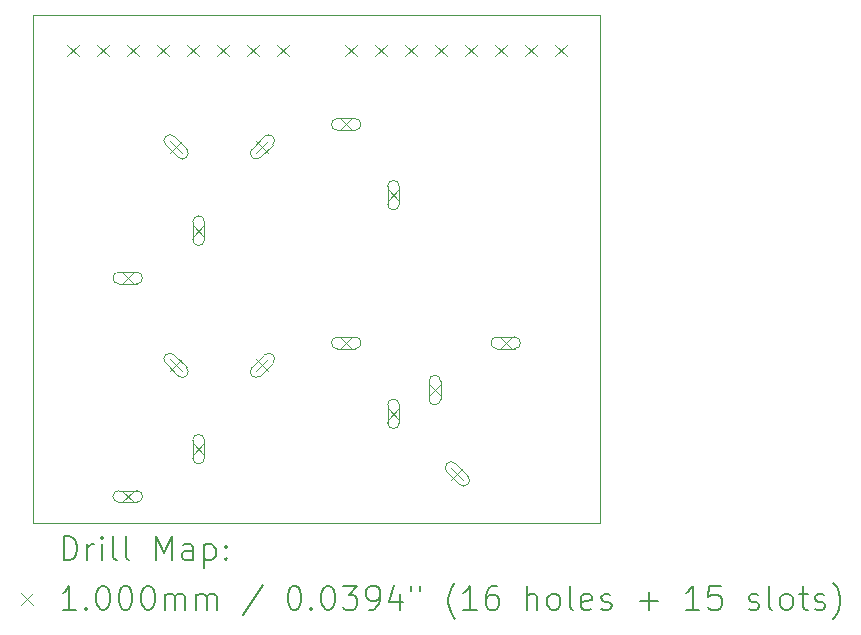
<source format=gbr>
%TF.GenerationSoftware,KiCad,Pcbnew,8.0.5*%
%TF.CreationDate,2024-12-03T21:43:24+01:00*%
%TF.ProjectId,DMH_Mixer_PCB_Conn,444d485f-4d69-4786-9572-5f5043425f43,1*%
%TF.SameCoordinates,Original*%
%TF.FileFunction,Drillmap*%
%TF.FilePolarity,Positive*%
%FSLAX45Y45*%
G04 Gerber Fmt 4.5, Leading zero omitted, Abs format (unit mm)*
G04 Created by KiCad (PCBNEW 8.0.5) date 2024-12-03 21:43:24*
%MOMM*%
%LPD*%
G01*
G04 APERTURE LIST*
%ADD10C,0.050000*%
%ADD11C,0.200000*%
%ADD12C,0.100000*%
G04 APERTURE END LIST*
D10*
X5100000Y-17450000D02*
X9900000Y-17450000D01*
X9900000Y-21750000D01*
X5100000Y-21750000D01*
X5100000Y-17450000D01*
D11*
D12*
X5388000Y-17700000D02*
X5488000Y-17800000D01*
X5488000Y-17700000D02*
X5388000Y-17800000D01*
X5642000Y-17700000D02*
X5742000Y-17800000D01*
X5742000Y-17700000D02*
X5642000Y-17800000D01*
X5850000Y-19625000D02*
X5950000Y-19725000D01*
X5950000Y-19625000D02*
X5850000Y-19725000D01*
X5975000Y-19625000D02*
X5825000Y-19625000D01*
X5825000Y-19725000D02*
G75*
G02*
X5825000Y-19625000I0J50000D01*
G01*
X5825000Y-19725000D02*
X5975000Y-19725000D01*
X5975000Y-19725000D02*
G75*
G03*
X5975000Y-19625000I0J50000D01*
G01*
X5850000Y-21475000D02*
X5950000Y-21575000D01*
X5950000Y-21475000D02*
X5850000Y-21575000D01*
X5975000Y-21475000D02*
X5825000Y-21475000D01*
X5825000Y-21575000D02*
G75*
G02*
X5825000Y-21475000I0J50000D01*
G01*
X5825000Y-21575000D02*
X5975000Y-21575000D01*
X5975000Y-21575000D02*
G75*
G03*
X5975000Y-21475000I0J50000D01*
G01*
X5896000Y-17700000D02*
X5996000Y-17800000D01*
X5996000Y-17700000D02*
X5896000Y-17800000D01*
X6150000Y-17700000D02*
X6250000Y-17800000D01*
X6250000Y-17700000D02*
X6150000Y-17800000D01*
X6259619Y-18515381D02*
X6359619Y-18615381D01*
X6359619Y-18515381D02*
X6259619Y-18615381D01*
X6398007Y-18583059D02*
X6291941Y-18476993D01*
X6221231Y-18547703D02*
G75*
G02*
X6291941Y-18476993I35355J35355D01*
G01*
X6221231Y-18547703D02*
X6327297Y-18653769D01*
X6327297Y-18653769D02*
G75*
G03*
X6398007Y-18583059I35355J35355D01*
G01*
X6259619Y-20365381D02*
X6359619Y-20465381D01*
X6359619Y-20365381D02*
X6259619Y-20465381D01*
X6398007Y-20433059D02*
X6291941Y-20326993D01*
X6221231Y-20397703D02*
G75*
G02*
X6291941Y-20326993I35355J35355D01*
G01*
X6221231Y-20397703D02*
X6327297Y-20503769D01*
X6327297Y-20503769D02*
G75*
G03*
X6398007Y-20433059I35355J35355D01*
G01*
X6404000Y-17700000D02*
X6504000Y-17800000D01*
X6504000Y-17700000D02*
X6404000Y-17800000D01*
X6450000Y-19225000D02*
X6550000Y-19325000D01*
X6550000Y-19225000D02*
X6450000Y-19325000D01*
X6450000Y-19200000D02*
X6450000Y-19350000D01*
X6550000Y-19350000D02*
G75*
G02*
X6450000Y-19350000I-50000J0D01*
G01*
X6550000Y-19350000D02*
X6550000Y-19200000D01*
X6550000Y-19200000D02*
G75*
G03*
X6450000Y-19200000I-50000J0D01*
G01*
X6450000Y-21075000D02*
X6550000Y-21175000D01*
X6550000Y-21075000D02*
X6450000Y-21175000D01*
X6450000Y-21050000D02*
X6450000Y-21200000D01*
X6550000Y-21200000D02*
G75*
G02*
X6450000Y-21200000I-50000J0D01*
G01*
X6550000Y-21200000D02*
X6550000Y-21050000D01*
X6550000Y-21050000D02*
G75*
G03*
X6450000Y-21050000I-50000J0D01*
G01*
X6658000Y-17700000D02*
X6758000Y-17800000D01*
X6758000Y-17700000D02*
X6658000Y-17800000D01*
X6912000Y-17700000D02*
X7012000Y-17800000D01*
X7012000Y-17700000D02*
X6912000Y-17800000D01*
X6990381Y-18515381D02*
X7090381Y-18615381D01*
X7090381Y-18515381D02*
X6990381Y-18615381D01*
X7058059Y-18476993D02*
X6951993Y-18583059D01*
X7022703Y-18653769D02*
G75*
G02*
X6951993Y-18583059I-35355J35355D01*
G01*
X7022703Y-18653769D02*
X7128769Y-18547703D01*
X7128769Y-18547703D02*
G75*
G03*
X7058059Y-18476993I-35355J35355D01*
G01*
X6990381Y-20365381D02*
X7090381Y-20465381D01*
X7090381Y-20365381D02*
X6990381Y-20465381D01*
X7058059Y-20326993D02*
X6951993Y-20433059D01*
X7022703Y-20503769D02*
G75*
G02*
X6951993Y-20433059I-35355J35355D01*
G01*
X7022703Y-20503769D02*
X7128769Y-20397703D01*
X7128769Y-20397703D02*
G75*
G03*
X7058059Y-20326993I-35355J35355D01*
G01*
X7166000Y-17700000D02*
X7266000Y-17800000D01*
X7266000Y-17700000D02*
X7166000Y-17800000D01*
X7700000Y-18325000D02*
X7800000Y-18425000D01*
X7800000Y-18325000D02*
X7700000Y-18425000D01*
X7675000Y-18425000D02*
X7825000Y-18425000D01*
X7825000Y-18325000D02*
G75*
G02*
X7825000Y-18425000I0J-50000D01*
G01*
X7825000Y-18325000D02*
X7675000Y-18325000D01*
X7675000Y-18325000D02*
G75*
G03*
X7675000Y-18425000I0J-50000D01*
G01*
X7700000Y-20175000D02*
X7800000Y-20275000D01*
X7800000Y-20175000D02*
X7700000Y-20275000D01*
X7675000Y-20275000D02*
X7825000Y-20275000D01*
X7825000Y-20175000D02*
G75*
G02*
X7825000Y-20275000I0J-50000D01*
G01*
X7825000Y-20175000D02*
X7675000Y-20175000D01*
X7675000Y-20175000D02*
G75*
G03*
X7675000Y-20275000I0J-50000D01*
G01*
X7737500Y-17700000D02*
X7837500Y-17800000D01*
X7837500Y-17700000D02*
X7737500Y-17800000D01*
X7991500Y-17700000D02*
X8091500Y-17800000D01*
X8091500Y-17700000D02*
X7991500Y-17800000D01*
X8100000Y-18925000D02*
X8200000Y-19025000D01*
X8200000Y-18925000D02*
X8100000Y-19025000D01*
X8100000Y-18900000D02*
X8100000Y-19050000D01*
X8200000Y-19050000D02*
G75*
G02*
X8100000Y-19050000I-50000J0D01*
G01*
X8200000Y-19050000D02*
X8200000Y-18900000D01*
X8200000Y-18900000D02*
G75*
G03*
X8100000Y-18900000I-50000J0D01*
G01*
X8100000Y-20775000D02*
X8200000Y-20875000D01*
X8200000Y-20775000D02*
X8100000Y-20875000D01*
X8100000Y-20750000D02*
X8100000Y-20900000D01*
X8200000Y-20900000D02*
G75*
G02*
X8100000Y-20900000I-50000J0D01*
G01*
X8200000Y-20900000D02*
X8200000Y-20750000D01*
X8200000Y-20750000D02*
G75*
G03*
X8100000Y-20750000I-50000J0D01*
G01*
X8245500Y-17700000D02*
X8345500Y-17800000D01*
X8345500Y-17700000D02*
X8245500Y-17800000D01*
X8450000Y-20575000D02*
X8550000Y-20675000D01*
X8550000Y-20575000D02*
X8450000Y-20675000D01*
X8550000Y-20700000D02*
X8550000Y-20550000D01*
X8450000Y-20550000D02*
G75*
G02*
X8550000Y-20550000I50000J0D01*
G01*
X8450000Y-20550000D02*
X8450000Y-20700000D01*
X8450000Y-20700000D02*
G75*
G03*
X8550000Y-20700000I50000J0D01*
G01*
X8499500Y-17700000D02*
X8599500Y-17800000D01*
X8599500Y-17700000D02*
X8499500Y-17800000D01*
X8640381Y-21284619D02*
X8740381Y-21384619D01*
X8740381Y-21284619D02*
X8640381Y-21384619D01*
X8601993Y-21316941D02*
X8708059Y-21423007D01*
X8778769Y-21352297D02*
G75*
G02*
X8708059Y-21423007I-35355J-35355D01*
G01*
X8778769Y-21352297D02*
X8672703Y-21246231D01*
X8672703Y-21246231D02*
G75*
G03*
X8601993Y-21316941I-35355J-35355D01*
G01*
X8753500Y-17700000D02*
X8853500Y-17800000D01*
X8853500Y-17700000D02*
X8753500Y-17800000D01*
X9007500Y-17700000D02*
X9107500Y-17800000D01*
X9107500Y-17700000D02*
X9007500Y-17800000D01*
X9050000Y-20175000D02*
X9150000Y-20275000D01*
X9150000Y-20175000D02*
X9050000Y-20275000D01*
X9025000Y-20275000D02*
X9175000Y-20275000D01*
X9175000Y-20175000D02*
G75*
G02*
X9175000Y-20275000I0J-50000D01*
G01*
X9175000Y-20175000D02*
X9025000Y-20175000D01*
X9025000Y-20175000D02*
G75*
G03*
X9025000Y-20275000I0J-50000D01*
G01*
X9261500Y-17700000D02*
X9361500Y-17800000D01*
X9361500Y-17700000D02*
X9261500Y-17800000D01*
X9515500Y-17700000D02*
X9615500Y-17800000D01*
X9615500Y-17700000D02*
X9515500Y-17800000D01*
D11*
X5358277Y-22063984D02*
X5358277Y-21863984D01*
X5358277Y-21863984D02*
X5405896Y-21863984D01*
X5405896Y-21863984D02*
X5434467Y-21873508D01*
X5434467Y-21873508D02*
X5453515Y-21892555D01*
X5453515Y-21892555D02*
X5463039Y-21911603D01*
X5463039Y-21911603D02*
X5472563Y-21949698D01*
X5472563Y-21949698D02*
X5472563Y-21978270D01*
X5472563Y-21978270D02*
X5463039Y-22016365D01*
X5463039Y-22016365D02*
X5453515Y-22035412D01*
X5453515Y-22035412D02*
X5434467Y-22054460D01*
X5434467Y-22054460D02*
X5405896Y-22063984D01*
X5405896Y-22063984D02*
X5358277Y-22063984D01*
X5558277Y-22063984D02*
X5558277Y-21930650D01*
X5558277Y-21968746D02*
X5567801Y-21949698D01*
X5567801Y-21949698D02*
X5577324Y-21940174D01*
X5577324Y-21940174D02*
X5596372Y-21930650D01*
X5596372Y-21930650D02*
X5615420Y-21930650D01*
X5682086Y-22063984D02*
X5682086Y-21930650D01*
X5682086Y-21863984D02*
X5672562Y-21873508D01*
X5672562Y-21873508D02*
X5682086Y-21883031D01*
X5682086Y-21883031D02*
X5691610Y-21873508D01*
X5691610Y-21873508D02*
X5682086Y-21863984D01*
X5682086Y-21863984D02*
X5682086Y-21883031D01*
X5805896Y-22063984D02*
X5786848Y-22054460D01*
X5786848Y-22054460D02*
X5777324Y-22035412D01*
X5777324Y-22035412D02*
X5777324Y-21863984D01*
X5910658Y-22063984D02*
X5891610Y-22054460D01*
X5891610Y-22054460D02*
X5882086Y-22035412D01*
X5882086Y-22035412D02*
X5882086Y-21863984D01*
X6139229Y-22063984D02*
X6139229Y-21863984D01*
X6139229Y-21863984D02*
X6205896Y-22006841D01*
X6205896Y-22006841D02*
X6272562Y-21863984D01*
X6272562Y-21863984D02*
X6272562Y-22063984D01*
X6453515Y-22063984D02*
X6453515Y-21959222D01*
X6453515Y-21959222D02*
X6443991Y-21940174D01*
X6443991Y-21940174D02*
X6424943Y-21930650D01*
X6424943Y-21930650D02*
X6386848Y-21930650D01*
X6386848Y-21930650D02*
X6367801Y-21940174D01*
X6453515Y-22054460D02*
X6434467Y-22063984D01*
X6434467Y-22063984D02*
X6386848Y-22063984D01*
X6386848Y-22063984D02*
X6367801Y-22054460D01*
X6367801Y-22054460D02*
X6358277Y-22035412D01*
X6358277Y-22035412D02*
X6358277Y-22016365D01*
X6358277Y-22016365D02*
X6367801Y-21997317D01*
X6367801Y-21997317D02*
X6386848Y-21987793D01*
X6386848Y-21987793D02*
X6434467Y-21987793D01*
X6434467Y-21987793D02*
X6453515Y-21978270D01*
X6548753Y-21930650D02*
X6548753Y-22130650D01*
X6548753Y-21940174D02*
X6567801Y-21930650D01*
X6567801Y-21930650D02*
X6605896Y-21930650D01*
X6605896Y-21930650D02*
X6624943Y-21940174D01*
X6624943Y-21940174D02*
X6634467Y-21949698D01*
X6634467Y-21949698D02*
X6643991Y-21968746D01*
X6643991Y-21968746D02*
X6643991Y-22025889D01*
X6643991Y-22025889D02*
X6634467Y-22044936D01*
X6634467Y-22044936D02*
X6624943Y-22054460D01*
X6624943Y-22054460D02*
X6605896Y-22063984D01*
X6605896Y-22063984D02*
X6567801Y-22063984D01*
X6567801Y-22063984D02*
X6548753Y-22054460D01*
X6729705Y-22044936D02*
X6739229Y-22054460D01*
X6739229Y-22054460D02*
X6729705Y-22063984D01*
X6729705Y-22063984D02*
X6720182Y-22054460D01*
X6720182Y-22054460D02*
X6729705Y-22044936D01*
X6729705Y-22044936D02*
X6729705Y-22063984D01*
X6729705Y-21940174D02*
X6739229Y-21949698D01*
X6739229Y-21949698D02*
X6729705Y-21959222D01*
X6729705Y-21959222D02*
X6720182Y-21949698D01*
X6720182Y-21949698D02*
X6729705Y-21940174D01*
X6729705Y-21940174D02*
X6729705Y-21959222D01*
D12*
X4997500Y-22342500D02*
X5097500Y-22442500D01*
X5097500Y-22342500D02*
X4997500Y-22442500D01*
D11*
X5463039Y-22483984D02*
X5348753Y-22483984D01*
X5405896Y-22483984D02*
X5405896Y-22283984D01*
X5405896Y-22283984D02*
X5386848Y-22312555D01*
X5386848Y-22312555D02*
X5367801Y-22331603D01*
X5367801Y-22331603D02*
X5348753Y-22341127D01*
X5548753Y-22464936D02*
X5558277Y-22474460D01*
X5558277Y-22474460D02*
X5548753Y-22483984D01*
X5548753Y-22483984D02*
X5539229Y-22474460D01*
X5539229Y-22474460D02*
X5548753Y-22464936D01*
X5548753Y-22464936D02*
X5548753Y-22483984D01*
X5682086Y-22283984D02*
X5701134Y-22283984D01*
X5701134Y-22283984D02*
X5720182Y-22293508D01*
X5720182Y-22293508D02*
X5729705Y-22303031D01*
X5729705Y-22303031D02*
X5739229Y-22322079D01*
X5739229Y-22322079D02*
X5748753Y-22360174D01*
X5748753Y-22360174D02*
X5748753Y-22407793D01*
X5748753Y-22407793D02*
X5739229Y-22445888D01*
X5739229Y-22445888D02*
X5729705Y-22464936D01*
X5729705Y-22464936D02*
X5720182Y-22474460D01*
X5720182Y-22474460D02*
X5701134Y-22483984D01*
X5701134Y-22483984D02*
X5682086Y-22483984D01*
X5682086Y-22483984D02*
X5663039Y-22474460D01*
X5663039Y-22474460D02*
X5653515Y-22464936D01*
X5653515Y-22464936D02*
X5643991Y-22445888D01*
X5643991Y-22445888D02*
X5634467Y-22407793D01*
X5634467Y-22407793D02*
X5634467Y-22360174D01*
X5634467Y-22360174D02*
X5643991Y-22322079D01*
X5643991Y-22322079D02*
X5653515Y-22303031D01*
X5653515Y-22303031D02*
X5663039Y-22293508D01*
X5663039Y-22293508D02*
X5682086Y-22283984D01*
X5872562Y-22283984D02*
X5891610Y-22283984D01*
X5891610Y-22283984D02*
X5910658Y-22293508D01*
X5910658Y-22293508D02*
X5920182Y-22303031D01*
X5920182Y-22303031D02*
X5929705Y-22322079D01*
X5929705Y-22322079D02*
X5939229Y-22360174D01*
X5939229Y-22360174D02*
X5939229Y-22407793D01*
X5939229Y-22407793D02*
X5929705Y-22445888D01*
X5929705Y-22445888D02*
X5920182Y-22464936D01*
X5920182Y-22464936D02*
X5910658Y-22474460D01*
X5910658Y-22474460D02*
X5891610Y-22483984D01*
X5891610Y-22483984D02*
X5872562Y-22483984D01*
X5872562Y-22483984D02*
X5853515Y-22474460D01*
X5853515Y-22474460D02*
X5843991Y-22464936D01*
X5843991Y-22464936D02*
X5834467Y-22445888D01*
X5834467Y-22445888D02*
X5824943Y-22407793D01*
X5824943Y-22407793D02*
X5824943Y-22360174D01*
X5824943Y-22360174D02*
X5834467Y-22322079D01*
X5834467Y-22322079D02*
X5843991Y-22303031D01*
X5843991Y-22303031D02*
X5853515Y-22293508D01*
X5853515Y-22293508D02*
X5872562Y-22283984D01*
X6063039Y-22283984D02*
X6082086Y-22283984D01*
X6082086Y-22283984D02*
X6101134Y-22293508D01*
X6101134Y-22293508D02*
X6110658Y-22303031D01*
X6110658Y-22303031D02*
X6120182Y-22322079D01*
X6120182Y-22322079D02*
X6129705Y-22360174D01*
X6129705Y-22360174D02*
X6129705Y-22407793D01*
X6129705Y-22407793D02*
X6120182Y-22445888D01*
X6120182Y-22445888D02*
X6110658Y-22464936D01*
X6110658Y-22464936D02*
X6101134Y-22474460D01*
X6101134Y-22474460D02*
X6082086Y-22483984D01*
X6082086Y-22483984D02*
X6063039Y-22483984D01*
X6063039Y-22483984D02*
X6043991Y-22474460D01*
X6043991Y-22474460D02*
X6034467Y-22464936D01*
X6034467Y-22464936D02*
X6024943Y-22445888D01*
X6024943Y-22445888D02*
X6015420Y-22407793D01*
X6015420Y-22407793D02*
X6015420Y-22360174D01*
X6015420Y-22360174D02*
X6024943Y-22322079D01*
X6024943Y-22322079D02*
X6034467Y-22303031D01*
X6034467Y-22303031D02*
X6043991Y-22293508D01*
X6043991Y-22293508D02*
X6063039Y-22283984D01*
X6215420Y-22483984D02*
X6215420Y-22350650D01*
X6215420Y-22369698D02*
X6224943Y-22360174D01*
X6224943Y-22360174D02*
X6243991Y-22350650D01*
X6243991Y-22350650D02*
X6272563Y-22350650D01*
X6272563Y-22350650D02*
X6291610Y-22360174D01*
X6291610Y-22360174D02*
X6301134Y-22379222D01*
X6301134Y-22379222D02*
X6301134Y-22483984D01*
X6301134Y-22379222D02*
X6310658Y-22360174D01*
X6310658Y-22360174D02*
X6329705Y-22350650D01*
X6329705Y-22350650D02*
X6358277Y-22350650D01*
X6358277Y-22350650D02*
X6377324Y-22360174D01*
X6377324Y-22360174D02*
X6386848Y-22379222D01*
X6386848Y-22379222D02*
X6386848Y-22483984D01*
X6482086Y-22483984D02*
X6482086Y-22350650D01*
X6482086Y-22369698D02*
X6491610Y-22360174D01*
X6491610Y-22360174D02*
X6510658Y-22350650D01*
X6510658Y-22350650D02*
X6539229Y-22350650D01*
X6539229Y-22350650D02*
X6558277Y-22360174D01*
X6558277Y-22360174D02*
X6567801Y-22379222D01*
X6567801Y-22379222D02*
X6567801Y-22483984D01*
X6567801Y-22379222D02*
X6577324Y-22360174D01*
X6577324Y-22360174D02*
X6596372Y-22350650D01*
X6596372Y-22350650D02*
X6624943Y-22350650D01*
X6624943Y-22350650D02*
X6643991Y-22360174D01*
X6643991Y-22360174D02*
X6653515Y-22379222D01*
X6653515Y-22379222D02*
X6653515Y-22483984D01*
X7043991Y-22274460D02*
X6872563Y-22531603D01*
X7301134Y-22283984D02*
X7320182Y-22283984D01*
X7320182Y-22283984D02*
X7339229Y-22293508D01*
X7339229Y-22293508D02*
X7348753Y-22303031D01*
X7348753Y-22303031D02*
X7358277Y-22322079D01*
X7358277Y-22322079D02*
X7367801Y-22360174D01*
X7367801Y-22360174D02*
X7367801Y-22407793D01*
X7367801Y-22407793D02*
X7358277Y-22445888D01*
X7358277Y-22445888D02*
X7348753Y-22464936D01*
X7348753Y-22464936D02*
X7339229Y-22474460D01*
X7339229Y-22474460D02*
X7320182Y-22483984D01*
X7320182Y-22483984D02*
X7301134Y-22483984D01*
X7301134Y-22483984D02*
X7282086Y-22474460D01*
X7282086Y-22474460D02*
X7272563Y-22464936D01*
X7272563Y-22464936D02*
X7263039Y-22445888D01*
X7263039Y-22445888D02*
X7253515Y-22407793D01*
X7253515Y-22407793D02*
X7253515Y-22360174D01*
X7253515Y-22360174D02*
X7263039Y-22322079D01*
X7263039Y-22322079D02*
X7272563Y-22303031D01*
X7272563Y-22303031D02*
X7282086Y-22293508D01*
X7282086Y-22293508D02*
X7301134Y-22283984D01*
X7453515Y-22464936D02*
X7463039Y-22474460D01*
X7463039Y-22474460D02*
X7453515Y-22483984D01*
X7453515Y-22483984D02*
X7443991Y-22474460D01*
X7443991Y-22474460D02*
X7453515Y-22464936D01*
X7453515Y-22464936D02*
X7453515Y-22483984D01*
X7586848Y-22283984D02*
X7605896Y-22283984D01*
X7605896Y-22283984D02*
X7624944Y-22293508D01*
X7624944Y-22293508D02*
X7634467Y-22303031D01*
X7634467Y-22303031D02*
X7643991Y-22322079D01*
X7643991Y-22322079D02*
X7653515Y-22360174D01*
X7653515Y-22360174D02*
X7653515Y-22407793D01*
X7653515Y-22407793D02*
X7643991Y-22445888D01*
X7643991Y-22445888D02*
X7634467Y-22464936D01*
X7634467Y-22464936D02*
X7624944Y-22474460D01*
X7624944Y-22474460D02*
X7605896Y-22483984D01*
X7605896Y-22483984D02*
X7586848Y-22483984D01*
X7586848Y-22483984D02*
X7567801Y-22474460D01*
X7567801Y-22474460D02*
X7558277Y-22464936D01*
X7558277Y-22464936D02*
X7548753Y-22445888D01*
X7548753Y-22445888D02*
X7539229Y-22407793D01*
X7539229Y-22407793D02*
X7539229Y-22360174D01*
X7539229Y-22360174D02*
X7548753Y-22322079D01*
X7548753Y-22322079D02*
X7558277Y-22303031D01*
X7558277Y-22303031D02*
X7567801Y-22293508D01*
X7567801Y-22293508D02*
X7586848Y-22283984D01*
X7720182Y-22283984D02*
X7843991Y-22283984D01*
X7843991Y-22283984D02*
X7777325Y-22360174D01*
X7777325Y-22360174D02*
X7805896Y-22360174D01*
X7805896Y-22360174D02*
X7824944Y-22369698D01*
X7824944Y-22369698D02*
X7834467Y-22379222D01*
X7834467Y-22379222D02*
X7843991Y-22398269D01*
X7843991Y-22398269D02*
X7843991Y-22445888D01*
X7843991Y-22445888D02*
X7834467Y-22464936D01*
X7834467Y-22464936D02*
X7824944Y-22474460D01*
X7824944Y-22474460D02*
X7805896Y-22483984D01*
X7805896Y-22483984D02*
X7748753Y-22483984D01*
X7748753Y-22483984D02*
X7729706Y-22474460D01*
X7729706Y-22474460D02*
X7720182Y-22464936D01*
X7939229Y-22483984D02*
X7977325Y-22483984D01*
X7977325Y-22483984D02*
X7996372Y-22474460D01*
X7996372Y-22474460D02*
X8005896Y-22464936D01*
X8005896Y-22464936D02*
X8024944Y-22436365D01*
X8024944Y-22436365D02*
X8034467Y-22398269D01*
X8034467Y-22398269D02*
X8034467Y-22322079D01*
X8034467Y-22322079D02*
X8024944Y-22303031D01*
X8024944Y-22303031D02*
X8015420Y-22293508D01*
X8015420Y-22293508D02*
X7996372Y-22283984D01*
X7996372Y-22283984D02*
X7958277Y-22283984D01*
X7958277Y-22283984D02*
X7939229Y-22293508D01*
X7939229Y-22293508D02*
X7929706Y-22303031D01*
X7929706Y-22303031D02*
X7920182Y-22322079D01*
X7920182Y-22322079D02*
X7920182Y-22369698D01*
X7920182Y-22369698D02*
X7929706Y-22388746D01*
X7929706Y-22388746D02*
X7939229Y-22398269D01*
X7939229Y-22398269D02*
X7958277Y-22407793D01*
X7958277Y-22407793D02*
X7996372Y-22407793D01*
X7996372Y-22407793D02*
X8015420Y-22398269D01*
X8015420Y-22398269D02*
X8024944Y-22388746D01*
X8024944Y-22388746D02*
X8034467Y-22369698D01*
X8205896Y-22350650D02*
X8205896Y-22483984D01*
X8158277Y-22274460D02*
X8110658Y-22417317D01*
X8110658Y-22417317D02*
X8234467Y-22417317D01*
X8301134Y-22283984D02*
X8301134Y-22322079D01*
X8377325Y-22283984D02*
X8377325Y-22322079D01*
X8672563Y-22560174D02*
X8663039Y-22550650D01*
X8663039Y-22550650D02*
X8643991Y-22522079D01*
X8643991Y-22522079D02*
X8634468Y-22503031D01*
X8634468Y-22503031D02*
X8624944Y-22474460D01*
X8624944Y-22474460D02*
X8615420Y-22426841D01*
X8615420Y-22426841D02*
X8615420Y-22388746D01*
X8615420Y-22388746D02*
X8624944Y-22341127D01*
X8624944Y-22341127D02*
X8634468Y-22312555D01*
X8634468Y-22312555D02*
X8643991Y-22293508D01*
X8643991Y-22293508D02*
X8663039Y-22264936D01*
X8663039Y-22264936D02*
X8672563Y-22255412D01*
X8853515Y-22483984D02*
X8739230Y-22483984D01*
X8796372Y-22483984D02*
X8796372Y-22283984D01*
X8796372Y-22283984D02*
X8777325Y-22312555D01*
X8777325Y-22312555D02*
X8758277Y-22331603D01*
X8758277Y-22331603D02*
X8739230Y-22341127D01*
X9024944Y-22283984D02*
X8986849Y-22283984D01*
X8986849Y-22283984D02*
X8967801Y-22293508D01*
X8967801Y-22293508D02*
X8958277Y-22303031D01*
X8958277Y-22303031D02*
X8939230Y-22331603D01*
X8939230Y-22331603D02*
X8929706Y-22369698D01*
X8929706Y-22369698D02*
X8929706Y-22445888D01*
X8929706Y-22445888D02*
X8939230Y-22464936D01*
X8939230Y-22464936D02*
X8948753Y-22474460D01*
X8948753Y-22474460D02*
X8967801Y-22483984D01*
X8967801Y-22483984D02*
X9005896Y-22483984D01*
X9005896Y-22483984D02*
X9024944Y-22474460D01*
X9024944Y-22474460D02*
X9034468Y-22464936D01*
X9034468Y-22464936D02*
X9043991Y-22445888D01*
X9043991Y-22445888D02*
X9043991Y-22398269D01*
X9043991Y-22398269D02*
X9034468Y-22379222D01*
X9034468Y-22379222D02*
X9024944Y-22369698D01*
X9024944Y-22369698D02*
X9005896Y-22360174D01*
X9005896Y-22360174D02*
X8967801Y-22360174D01*
X8967801Y-22360174D02*
X8948753Y-22369698D01*
X8948753Y-22369698D02*
X8939230Y-22379222D01*
X8939230Y-22379222D02*
X8929706Y-22398269D01*
X9282087Y-22483984D02*
X9282087Y-22283984D01*
X9367801Y-22483984D02*
X9367801Y-22379222D01*
X9367801Y-22379222D02*
X9358277Y-22360174D01*
X9358277Y-22360174D02*
X9339230Y-22350650D01*
X9339230Y-22350650D02*
X9310658Y-22350650D01*
X9310658Y-22350650D02*
X9291611Y-22360174D01*
X9291611Y-22360174D02*
X9282087Y-22369698D01*
X9491611Y-22483984D02*
X9472563Y-22474460D01*
X9472563Y-22474460D02*
X9463039Y-22464936D01*
X9463039Y-22464936D02*
X9453515Y-22445888D01*
X9453515Y-22445888D02*
X9453515Y-22388746D01*
X9453515Y-22388746D02*
X9463039Y-22369698D01*
X9463039Y-22369698D02*
X9472563Y-22360174D01*
X9472563Y-22360174D02*
X9491611Y-22350650D01*
X9491611Y-22350650D02*
X9520182Y-22350650D01*
X9520182Y-22350650D02*
X9539230Y-22360174D01*
X9539230Y-22360174D02*
X9548753Y-22369698D01*
X9548753Y-22369698D02*
X9558277Y-22388746D01*
X9558277Y-22388746D02*
X9558277Y-22445888D01*
X9558277Y-22445888D02*
X9548753Y-22464936D01*
X9548753Y-22464936D02*
X9539230Y-22474460D01*
X9539230Y-22474460D02*
X9520182Y-22483984D01*
X9520182Y-22483984D02*
X9491611Y-22483984D01*
X9672563Y-22483984D02*
X9653515Y-22474460D01*
X9653515Y-22474460D02*
X9643992Y-22455412D01*
X9643992Y-22455412D02*
X9643992Y-22283984D01*
X9824944Y-22474460D02*
X9805896Y-22483984D01*
X9805896Y-22483984D02*
X9767801Y-22483984D01*
X9767801Y-22483984D02*
X9748753Y-22474460D01*
X9748753Y-22474460D02*
X9739230Y-22455412D01*
X9739230Y-22455412D02*
X9739230Y-22379222D01*
X9739230Y-22379222D02*
X9748753Y-22360174D01*
X9748753Y-22360174D02*
X9767801Y-22350650D01*
X9767801Y-22350650D02*
X9805896Y-22350650D01*
X9805896Y-22350650D02*
X9824944Y-22360174D01*
X9824944Y-22360174D02*
X9834468Y-22379222D01*
X9834468Y-22379222D02*
X9834468Y-22398269D01*
X9834468Y-22398269D02*
X9739230Y-22417317D01*
X9910658Y-22474460D02*
X9929706Y-22483984D01*
X9929706Y-22483984D02*
X9967801Y-22483984D01*
X9967801Y-22483984D02*
X9986849Y-22474460D01*
X9986849Y-22474460D02*
X9996373Y-22455412D01*
X9996373Y-22455412D02*
X9996373Y-22445888D01*
X9996373Y-22445888D02*
X9986849Y-22426841D01*
X9986849Y-22426841D02*
X9967801Y-22417317D01*
X9967801Y-22417317D02*
X9939230Y-22417317D01*
X9939230Y-22417317D02*
X9920182Y-22407793D01*
X9920182Y-22407793D02*
X9910658Y-22388746D01*
X9910658Y-22388746D02*
X9910658Y-22379222D01*
X9910658Y-22379222D02*
X9920182Y-22360174D01*
X9920182Y-22360174D02*
X9939230Y-22350650D01*
X9939230Y-22350650D02*
X9967801Y-22350650D01*
X9967801Y-22350650D02*
X9986849Y-22360174D01*
X10234468Y-22407793D02*
X10386849Y-22407793D01*
X10310658Y-22483984D02*
X10310658Y-22331603D01*
X10739230Y-22483984D02*
X10624944Y-22483984D01*
X10682087Y-22483984D02*
X10682087Y-22283984D01*
X10682087Y-22283984D02*
X10663039Y-22312555D01*
X10663039Y-22312555D02*
X10643992Y-22331603D01*
X10643992Y-22331603D02*
X10624944Y-22341127D01*
X10920182Y-22283984D02*
X10824944Y-22283984D01*
X10824944Y-22283984D02*
X10815420Y-22379222D01*
X10815420Y-22379222D02*
X10824944Y-22369698D01*
X10824944Y-22369698D02*
X10843992Y-22360174D01*
X10843992Y-22360174D02*
X10891611Y-22360174D01*
X10891611Y-22360174D02*
X10910658Y-22369698D01*
X10910658Y-22369698D02*
X10920182Y-22379222D01*
X10920182Y-22379222D02*
X10929706Y-22398269D01*
X10929706Y-22398269D02*
X10929706Y-22445888D01*
X10929706Y-22445888D02*
X10920182Y-22464936D01*
X10920182Y-22464936D02*
X10910658Y-22474460D01*
X10910658Y-22474460D02*
X10891611Y-22483984D01*
X10891611Y-22483984D02*
X10843992Y-22483984D01*
X10843992Y-22483984D02*
X10824944Y-22474460D01*
X10824944Y-22474460D02*
X10815420Y-22464936D01*
X11158277Y-22474460D02*
X11177325Y-22483984D01*
X11177325Y-22483984D02*
X11215420Y-22483984D01*
X11215420Y-22483984D02*
X11234468Y-22474460D01*
X11234468Y-22474460D02*
X11243992Y-22455412D01*
X11243992Y-22455412D02*
X11243992Y-22445888D01*
X11243992Y-22445888D02*
X11234468Y-22426841D01*
X11234468Y-22426841D02*
X11215420Y-22417317D01*
X11215420Y-22417317D02*
X11186849Y-22417317D01*
X11186849Y-22417317D02*
X11167801Y-22407793D01*
X11167801Y-22407793D02*
X11158277Y-22388746D01*
X11158277Y-22388746D02*
X11158277Y-22379222D01*
X11158277Y-22379222D02*
X11167801Y-22360174D01*
X11167801Y-22360174D02*
X11186849Y-22350650D01*
X11186849Y-22350650D02*
X11215420Y-22350650D01*
X11215420Y-22350650D02*
X11234468Y-22360174D01*
X11358277Y-22483984D02*
X11339230Y-22474460D01*
X11339230Y-22474460D02*
X11329706Y-22455412D01*
X11329706Y-22455412D02*
X11329706Y-22283984D01*
X11463039Y-22483984D02*
X11443992Y-22474460D01*
X11443992Y-22474460D02*
X11434468Y-22464936D01*
X11434468Y-22464936D02*
X11424944Y-22445888D01*
X11424944Y-22445888D02*
X11424944Y-22388746D01*
X11424944Y-22388746D02*
X11434468Y-22369698D01*
X11434468Y-22369698D02*
X11443992Y-22360174D01*
X11443992Y-22360174D02*
X11463039Y-22350650D01*
X11463039Y-22350650D02*
X11491611Y-22350650D01*
X11491611Y-22350650D02*
X11510658Y-22360174D01*
X11510658Y-22360174D02*
X11520182Y-22369698D01*
X11520182Y-22369698D02*
X11529706Y-22388746D01*
X11529706Y-22388746D02*
X11529706Y-22445888D01*
X11529706Y-22445888D02*
X11520182Y-22464936D01*
X11520182Y-22464936D02*
X11510658Y-22474460D01*
X11510658Y-22474460D02*
X11491611Y-22483984D01*
X11491611Y-22483984D02*
X11463039Y-22483984D01*
X11586849Y-22350650D02*
X11663039Y-22350650D01*
X11615420Y-22283984D02*
X11615420Y-22455412D01*
X11615420Y-22455412D02*
X11624944Y-22474460D01*
X11624944Y-22474460D02*
X11643992Y-22483984D01*
X11643992Y-22483984D02*
X11663039Y-22483984D01*
X11720182Y-22474460D02*
X11739230Y-22483984D01*
X11739230Y-22483984D02*
X11777325Y-22483984D01*
X11777325Y-22483984D02*
X11796373Y-22474460D01*
X11796373Y-22474460D02*
X11805896Y-22455412D01*
X11805896Y-22455412D02*
X11805896Y-22445888D01*
X11805896Y-22445888D02*
X11796373Y-22426841D01*
X11796373Y-22426841D02*
X11777325Y-22417317D01*
X11777325Y-22417317D02*
X11748754Y-22417317D01*
X11748754Y-22417317D02*
X11729706Y-22407793D01*
X11729706Y-22407793D02*
X11720182Y-22388746D01*
X11720182Y-22388746D02*
X11720182Y-22379222D01*
X11720182Y-22379222D02*
X11729706Y-22360174D01*
X11729706Y-22360174D02*
X11748754Y-22350650D01*
X11748754Y-22350650D02*
X11777325Y-22350650D01*
X11777325Y-22350650D02*
X11796373Y-22360174D01*
X11872563Y-22560174D02*
X11882087Y-22550650D01*
X11882087Y-22550650D02*
X11901135Y-22522079D01*
X11901135Y-22522079D02*
X11910658Y-22503031D01*
X11910658Y-22503031D02*
X11920182Y-22474460D01*
X11920182Y-22474460D02*
X11929706Y-22426841D01*
X11929706Y-22426841D02*
X11929706Y-22388746D01*
X11929706Y-22388746D02*
X11920182Y-22341127D01*
X11920182Y-22341127D02*
X11910658Y-22312555D01*
X11910658Y-22312555D02*
X11901135Y-22293508D01*
X11901135Y-22293508D02*
X11882087Y-22264936D01*
X11882087Y-22264936D02*
X11872563Y-22255412D01*
M02*

</source>
